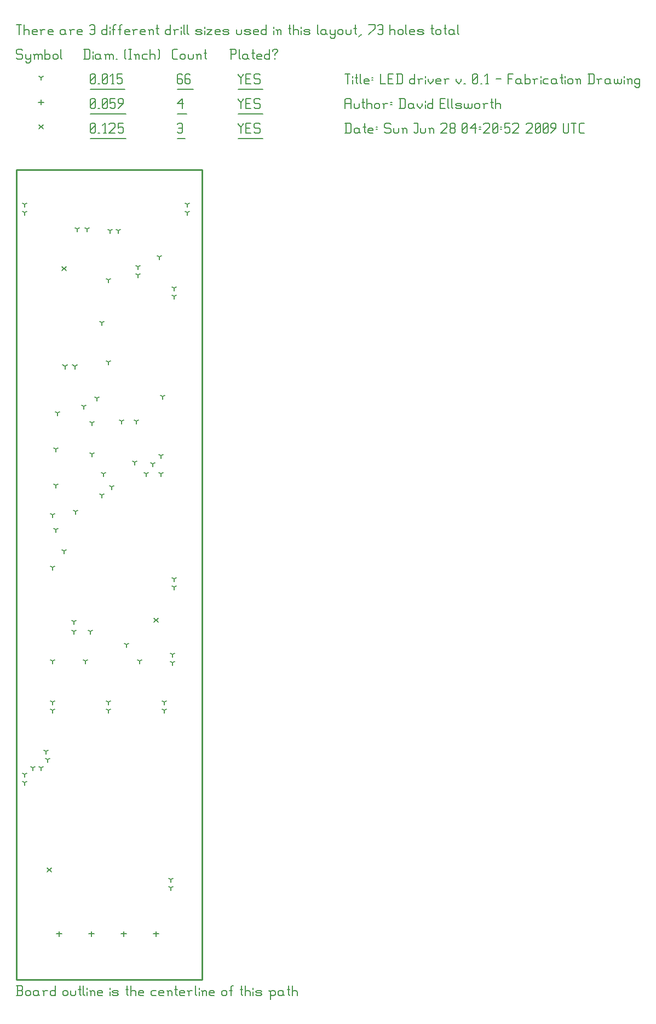
<source format=gbr>
G04 start of page 10 for group -3984 idx -3984 *
G04 Title: LED driver v. 0.1, fab *
G04 Creator: pcb 1.99x *
G04 CreationDate: Sun Jun 28 04:20:52 2009 UTC *
G04 For: davidellsworth *
G04 Format: Gerber/RS-274X *
G04 PCB-Dimensions: 113000 493000 *
G04 PCB-Coordinate-Origin: lower left *
%MOIN*%
%FSLAX24Y24*%
%LNFAB*%
%ADD15C,0.0100*%
%ADD45C,0.0080*%
%ADD46C,0.0060*%
G54D45*X1880Y6820D02*X2120Y6580D01*
X1880D02*X2120Y6820D01*
X2780Y43420D02*X3020Y43180D01*
X2780D02*X3020Y43420D01*
X8380Y22020D02*X8620Y21780D01*
X8380D02*X8620Y22020D01*
X1380Y52045D02*X1620Y51805D01*
X1380D02*X1620Y52045D01*
G54D46*X13500Y52150D02*Y52075D01*
X13650Y51925D01*
X13800Y52075D01*
Y52150D02*Y52075D01*
X13650Y51925D02*Y51550D01*
X13980Y51850D02*X14205D01*
X13980Y51550D02*X14280D01*
X13980Y52150D02*Y51550D01*
Y52150D02*X14280D01*
X14760D02*X14835Y52075D01*
X14535Y52150D02*X14760D01*
X14460Y52075D02*X14535Y52150D01*
X14460Y52075D02*Y51925D01*
X14535Y51850D01*
X14760D01*
X14835Y51775D01*
Y51625D01*
X14760Y51550D02*X14835Y51625D01*
X14535Y51550D02*X14760D01*
X14460Y51625D02*X14535Y51550D01*
X13500Y51224D02*X15015D01*
X9800Y52075D02*X9875Y52150D01*
X10025D01*
X10100Y52075D01*
Y51625D01*
X10025Y51550D02*X10100Y51625D01*
X9875Y51550D02*X10025D01*
X9800Y51625D02*X9875Y51550D01*
Y51850D02*X10100D01*
X9800Y51224D02*X10280D01*
X4500Y51625D02*X4575Y51550D01*
X4500Y52075D02*Y51625D01*
Y52075D02*X4575Y52150D01*
X4725D01*
X4800Y52075D01*
Y51625D01*
X4725Y51550D02*X4800Y51625D01*
X4575Y51550D02*X4725D01*
X4500Y51700D02*X4800Y52000D01*
X4980Y51550D02*X5055D01*
X5310D02*X5460D01*
X5385Y52150D02*Y51550D01*
X5235Y52000D02*X5385Y52150D01*
X5640Y52075D02*X5715Y52150D01*
X5940D01*
X6015Y52075D01*
Y51925D01*
X5640Y51550D02*X6015Y51925D01*
X5640Y51550D02*X6015D01*
X6195Y52150D02*X6495D01*
X6195D02*Y51850D01*
X6270Y51925D01*
X6420D01*
X6495Y51850D01*
Y51625D01*
X6420Y51550D02*X6495Y51625D01*
X6270Y51550D02*X6420D01*
X6195Y51625D02*X6270Y51550D01*
X4500Y51224D02*X6675D01*
X8500Y2960D02*Y2640D01*
X8340Y2800D02*X8660D01*
X6531Y2960D02*Y2640D01*
X6371Y2800D02*X6691D01*
X4563Y2960D02*Y2640D01*
X4403Y2800D02*X4723D01*
X2594Y2960D02*Y2640D01*
X2434Y2800D02*X2754D01*
X1500Y53585D02*Y53265D01*
X1340Y53425D02*X1660D01*
X13500Y53650D02*Y53575D01*
X13650Y53425D01*
X13800Y53575D01*
Y53650D02*Y53575D01*
X13650Y53425D02*Y53050D01*
X13980Y53350D02*X14205D01*
X13980Y53050D02*X14280D01*
X13980Y53650D02*Y53050D01*
Y53650D02*X14280D01*
X14760D02*X14835Y53575D01*
X14535Y53650D02*X14760D01*
X14460Y53575D02*X14535Y53650D01*
X14460Y53575D02*Y53425D01*
X14535Y53350D01*
X14760D01*
X14835Y53275D01*
Y53125D01*
X14760Y53050D02*X14835Y53125D01*
X14535Y53050D02*X14760D01*
X14460Y53125D02*X14535Y53050D01*
X13500Y52724D02*X15015D01*
X9800Y53350D02*X10100Y53650D01*
X9800Y53350D02*X10175D01*
X10100Y53650D02*Y53050D01*
X9800Y52724D02*X10355D01*
X4500Y53125D02*X4575Y53050D01*
X4500Y53575D02*Y53125D01*
Y53575D02*X4575Y53650D01*
X4725D01*
X4800Y53575D01*
Y53125D01*
X4725Y53050D02*X4800Y53125D01*
X4575Y53050D02*X4725D01*
X4500Y53200D02*X4800Y53500D01*
X4980Y53050D02*X5055D01*
X5235Y53125D02*X5310Y53050D01*
X5235Y53575D02*Y53125D01*
Y53575D02*X5310Y53650D01*
X5460D01*
X5535Y53575D01*
Y53125D01*
X5460Y53050D02*X5535Y53125D01*
X5310Y53050D02*X5460D01*
X5235Y53200D02*X5535Y53500D01*
X5715Y53650D02*X6015D01*
X5715D02*Y53350D01*
X5790Y53425D01*
X5940D01*
X6015Y53350D01*
Y53125D01*
X5940Y53050D02*X6015Y53125D01*
X5790Y53050D02*X5940D01*
X5715Y53125D02*X5790Y53050D01*
X6195D02*X6495Y53350D01*
Y53575D02*Y53350D01*
X6420Y53650D02*X6495Y53575D01*
X6270Y53650D02*X6420D01*
X6195Y53575D02*X6270Y53650D01*
X6195Y53575D02*Y53425D01*
X6270Y53350D01*
X6495D01*
X4500Y52724D02*X6675D01*
X6700Y20400D02*Y20240D01*
Y20400D02*X6838Y20480D01*
X6700Y20400D02*X6561Y20480D01*
X9500Y19300D02*Y19140D01*
Y19300D02*X9638Y19380D01*
X9500Y19300D02*X9361Y19380D01*
X9000Y16400D02*Y16240D01*
Y16400D02*X9138Y16480D01*
X9000Y16400D02*X8861Y16480D01*
X9600Y23900D02*Y23740D01*
Y23900D02*X9738Y23980D01*
X9600Y23900D02*X9461Y23980D01*
X1800Y13900D02*Y13740D01*
Y13900D02*X1938Y13980D01*
X1800Y13900D02*X1661Y13980D01*
X9600Y24400D02*Y24240D01*
Y24400D02*X9738Y24480D01*
X9600Y24400D02*X9461Y24480D01*
X1500Y12900D02*Y12740D01*
Y12900D02*X1638Y12980D01*
X1500Y12900D02*X1361Y12980D01*
X1900Y13400D02*Y13240D01*
Y13400D02*X2038Y13480D01*
X1900Y13400D02*X1761Y13480D01*
X500Y12500D02*Y12340D01*
Y12500D02*X638Y12580D01*
X500Y12500D02*X361Y12580D01*
X500Y12000D02*Y11840D01*
Y12000D02*X638Y12080D01*
X500Y12000D02*X361Y12080D01*
X1000Y12900D02*Y12740D01*
Y12900D02*X1138Y12980D01*
X1000Y12900D02*X861Y12980D01*
X10400Y46700D02*Y46540D01*
Y46700D02*X10538Y46780D01*
X10400Y46700D02*X10261Y46780D01*
X10400Y47200D02*Y47040D01*
Y47200D02*X10538Y47280D01*
X10400Y47200D02*X10261Y47280D01*
X8900Y35500D02*Y35340D01*
Y35500D02*X9038Y35580D01*
X8900Y35500D02*X8761Y35580D01*
X5700Y45600D02*Y45440D01*
Y45600D02*X5838Y45680D01*
X5700Y45600D02*X5561Y45680D01*
X5600Y16900D02*Y16740D01*
Y16900D02*X5738Y16980D01*
X5600Y16900D02*X5461Y16980D01*
X5600Y16400D02*Y16240D01*
Y16400D02*X5738Y16480D01*
X5600Y16400D02*X5461Y16480D01*
X9500Y19800D02*Y19640D01*
Y19800D02*X9638Y19880D01*
X9500Y19800D02*X9361Y19880D01*
X4200Y19400D02*Y19240D01*
Y19400D02*X4338Y19480D01*
X4200Y19400D02*X4061Y19480D01*
X2200Y16900D02*Y16740D01*
Y16900D02*X2338Y16980D01*
X2200Y16900D02*X2061Y16980D01*
X2200Y16400D02*Y16240D01*
Y16400D02*X2338Y16480D01*
X2200Y16400D02*X2061Y16480D01*
X7500Y19400D02*Y19240D01*
Y19400D02*X7638Y19480D01*
X7500Y19400D02*X7361Y19480D01*
X2200Y19400D02*Y19240D01*
Y19400D02*X2338Y19480D01*
X2200Y19400D02*X2061Y19480D01*
X9000Y16900D02*Y16740D01*
Y16900D02*X9138Y16980D01*
X9000Y16900D02*X8861Y16980D01*
X3500Y21800D02*Y21640D01*
Y21800D02*X3638Y21880D01*
X3500Y21800D02*X3361Y21880D01*
X3500Y21200D02*Y21040D01*
Y21200D02*X3638Y21280D01*
X3500Y21200D02*X3361Y21280D01*
X4500Y21200D02*Y21040D01*
Y21200D02*X4638Y21280D01*
X4500Y21200D02*X4361Y21280D01*
X2200Y25100D02*Y24940D01*
Y25100D02*X2338Y25180D01*
X2200Y25100D02*X2061Y25180D01*
X2400Y30100D02*Y29940D01*
Y30100D02*X2538Y30180D01*
X2400Y30100D02*X2261Y30180D01*
X8300Y31400D02*Y31240D01*
Y31400D02*X8438Y31480D01*
X8300Y31400D02*X8161Y31480D01*
X2200Y28300D02*Y28140D01*
Y28300D02*X2338Y28380D01*
X2200Y28300D02*X2061Y28380D01*
X2400Y27400D02*Y27240D01*
Y27400D02*X2538Y27480D01*
X2400Y27400D02*X2261Y27480D01*
X2900Y26100D02*Y25940D01*
Y26100D02*X3038Y26180D01*
X2900Y26100D02*X2761Y26180D01*
X7200Y31500D02*Y31340D01*
Y31500D02*X7338Y31580D01*
X7200Y31500D02*X7061Y31580D01*
X3600Y28500D02*Y28340D01*
Y28500D02*X3738Y28580D01*
X3600Y28500D02*X3461Y28580D01*
X7900Y30800D02*Y30640D01*
Y30800D02*X8038Y30880D01*
X7900Y30800D02*X7761Y30880D01*
X8800Y30800D02*Y30640D01*
Y30800D02*X8938Y30880D01*
X8800Y30800D02*X8661Y30880D01*
X4600Y32000D02*Y31840D01*
Y32000D02*X4738Y32080D01*
X4600Y32000D02*X4461Y32080D01*
X5800Y30000D02*Y29840D01*
Y30000D02*X5938Y30080D01*
X5800Y30000D02*X5661Y30080D01*
X5300Y30800D02*Y30640D01*
Y30800D02*X5438Y30880D01*
X5300Y30800D02*X5161Y30880D01*
X5200Y29500D02*Y29340D01*
Y29500D02*X5338Y29580D01*
X5200Y29500D02*X5061Y29580D01*
X2400Y32300D02*Y32140D01*
Y32300D02*X2538Y32380D01*
X2400Y32300D02*X2261Y32380D01*
X2500Y34500D02*Y34340D01*
Y34500D02*X2638Y34580D01*
X2500Y34500D02*X2361Y34580D01*
X4600Y33900D02*Y33740D01*
Y33900D02*X4738Y33980D01*
X4600Y33900D02*X4461Y33980D01*
X4300Y45700D02*Y45540D01*
Y45700D02*X4438Y45780D01*
X4300Y45700D02*X4161Y45780D01*
X500Y46700D02*Y46540D01*
Y46700D02*X638Y46780D01*
X500Y46700D02*X361Y46780D01*
X8700Y44000D02*Y43840D01*
Y44000D02*X8838Y44080D01*
X8700Y44000D02*X8561Y44080D01*
X6200Y45600D02*Y45440D01*
Y45600D02*X6338Y45680D01*
X6200Y45600D02*X6061Y45680D01*
X4900Y35400D02*Y35240D01*
Y35400D02*X5038Y35480D01*
X4900Y35400D02*X4761Y35480D01*
X500Y47200D02*Y47040D01*
Y47200D02*X638Y47280D01*
X500Y47200D02*X361Y47280D01*
X3700Y45700D02*Y45540D01*
Y45700D02*X3838Y45780D01*
X3700Y45700D02*X3561Y45780D01*
X9600Y42100D02*Y41940D01*
Y42100D02*X9738Y42180D01*
X9600Y42100D02*X9461Y42180D01*
X6400Y34000D02*Y33840D01*
Y34000D02*X6538Y34080D01*
X6400Y34000D02*X6261Y34080D01*
X7300Y34000D02*Y33840D01*
Y34000D02*X7438Y34080D01*
X7300Y34000D02*X7161Y34080D01*
X8800Y31900D02*Y31740D01*
Y31900D02*X8938Y31980D01*
X8800Y31900D02*X8661Y31980D01*
X4100Y34900D02*Y34740D01*
Y34900D02*X4238Y34980D01*
X4100Y34900D02*X3961Y34980D01*
X3550Y37350D02*Y37190D01*
Y37350D02*X3688Y37430D01*
X3550Y37350D02*X3411Y37430D01*
X2950Y37350D02*Y37190D01*
Y37350D02*X3088Y37430D01*
X2950Y37350D02*X2811Y37430D01*
X9600Y41600D02*Y41440D01*
Y41600D02*X9738Y41680D01*
X9600Y41600D02*X9461Y41680D01*
X7400Y43400D02*Y43240D01*
Y43400D02*X7538Y43480D01*
X7400Y43400D02*X7261Y43480D01*
X7400Y42900D02*Y42740D01*
Y42900D02*X7538Y42980D01*
X7400Y42900D02*X7261Y42980D01*
X5200Y40000D02*Y39840D01*
Y40000D02*X5338Y40080D01*
X5200Y40000D02*X5061Y40080D01*
X5600Y37600D02*Y37440D01*
Y37600D02*X5738Y37680D01*
X5600Y37600D02*X5461Y37680D01*
X5600Y42600D02*Y42440D01*
Y42600D02*X5738Y42680D01*
X5600Y42600D02*X5461Y42680D01*
X9400Y5600D02*Y5440D01*
Y5600D02*X9538Y5680D01*
X9400Y5600D02*X9261Y5680D01*
X9400Y6100D02*Y5940D01*
Y6100D02*X9538Y6180D01*
X9400Y6100D02*X9261Y6180D01*
X1500Y54925D02*Y54765D01*
Y54925D02*X1638Y55005D01*
X1500Y54925D02*X1361Y55005D01*
X13500Y55150D02*Y55075D01*
X13650Y54925D01*
X13800Y55075D01*
Y55150D02*Y55075D01*
X13650Y54925D02*Y54550D01*
X13980Y54850D02*X14205D01*
X13980Y54550D02*X14280D01*
X13980Y55150D02*Y54550D01*
Y55150D02*X14280D01*
X14760D02*X14835Y55075D01*
X14535Y55150D02*X14760D01*
X14460Y55075D02*X14535Y55150D01*
X14460Y55075D02*Y54925D01*
X14535Y54850D01*
X14760D01*
X14835Y54775D01*
Y54625D01*
X14760Y54550D02*X14835Y54625D01*
X14535Y54550D02*X14760D01*
X14460Y54625D02*X14535Y54550D01*
X13500Y54224D02*X15015D01*
X10025Y55150D02*X10100Y55075D01*
X9875Y55150D02*X10025D01*
X9800Y55075D02*X9875Y55150D01*
X9800Y55075D02*Y54625D01*
X9875Y54550D01*
X10025Y54850D02*X10100Y54775D01*
X9800Y54850D02*X10025D01*
X9875Y54550D02*X10025D01*
X10100Y54625D01*
Y54775D02*Y54625D01*
X10505Y55150D02*X10580Y55075D01*
X10355Y55150D02*X10505D01*
X10280Y55075D02*X10355Y55150D01*
X10280Y55075D02*Y54625D01*
X10355Y54550D01*
X10505Y54850D02*X10580Y54775D01*
X10280Y54850D02*X10505D01*
X10355Y54550D02*X10505D01*
X10580Y54625D01*
Y54775D02*Y54625D01*
X9800Y54224D02*X10760D01*
X4500Y54625D02*X4575Y54550D01*
X4500Y55075D02*Y54625D01*
Y55075D02*X4575Y55150D01*
X4725D01*
X4800Y55075D01*
Y54625D01*
X4725Y54550D02*X4800Y54625D01*
X4575Y54550D02*X4725D01*
X4500Y54700D02*X4800Y55000D01*
X4980Y54550D02*X5055D01*
X5235Y54625D02*X5310Y54550D01*
X5235Y55075D02*Y54625D01*
Y55075D02*X5310Y55150D01*
X5460D01*
X5535Y55075D01*
Y54625D01*
X5460Y54550D02*X5535Y54625D01*
X5310Y54550D02*X5460D01*
X5235Y54700D02*X5535Y55000D01*
X5790Y54550D02*X5940D01*
X5865Y55150D02*Y54550D01*
X5715Y55000D02*X5865Y55150D01*
X6120D02*X6420D01*
X6120D02*Y54850D01*
X6195Y54925D01*
X6345D01*
X6420Y54850D01*
Y54625D01*
X6345Y54550D02*X6420Y54625D01*
X6195Y54550D02*X6345D01*
X6120Y54625D02*X6195Y54550D01*
X4500Y54224D02*X6600D01*
X300Y56650D02*X375Y56575D01*
X75Y56650D02*X300D01*
X0Y56575D02*X75Y56650D01*
X0Y56575D02*Y56425D01*
X75Y56350D01*
X300D01*
X375Y56275D01*
Y56125D01*
X300Y56050D02*X375Y56125D01*
X75Y56050D02*X300D01*
X0Y56125D02*X75Y56050D01*
X555Y56350D02*Y56125D01*
X630Y56050D01*
X855Y56350D02*Y55900D01*
X780Y55825D02*X855Y55900D01*
X630Y55825D02*X780D01*
X555Y55900D02*X630Y55825D01*
Y56050D02*X780D01*
X855Y56125D01*
X1110Y56275D02*Y56050D01*
Y56275D02*X1185Y56350D01*
X1260D01*
X1335Y56275D01*
Y56050D01*
Y56275D02*X1410Y56350D01*
X1485D01*
X1560Y56275D01*
Y56050D01*
X1035Y56350D02*X1110Y56275D01*
X1740Y56650D02*Y56050D01*
Y56125D02*X1815Y56050D01*
X1965D01*
X2040Y56125D01*
Y56275D02*Y56125D01*
X1965Y56350D02*X2040Y56275D01*
X1815Y56350D02*X1965D01*
X1740Y56275D02*X1815Y56350D01*
X2220Y56275D02*Y56125D01*
Y56275D02*X2295Y56350D01*
X2445D01*
X2520Y56275D01*
Y56125D01*
X2445Y56050D02*X2520Y56125D01*
X2295Y56050D02*X2445D01*
X2220Y56125D02*X2295Y56050D01*
X2700Y56650D02*Y56125D01*
X2775Y56050D01*
X4175Y56650D02*Y56050D01*
X4400Y56650D02*X4475Y56575D01*
Y56125D01*
X4400Y56050D02*X4475Y56125D01*
X4100Y56050D02*X4400D01*
X4100Y56650D02*X4400D01*
X4655Y56500D02*Y56425D01*
Y56275D02*Y56050D01*
X5030Y56350D02*X5105Y56275D01*
X4880Y56350D02*X5030D01*
X4805Y56275D02*X4880Y56350D01*
X4805Y56275D02*Y56125D01*
X4880Y56050D01*
X5105Y56350D02*Y56125D01*
X5180Y56050D01*
X4880D02*X5030D01*
X5105Y56125D01*
X5435Y56275D02*Y56050D01*
Y56275D02*X5510Y56350D01*
X5585D01*
X5660Y56275D01*
Y56050D01*
Y56275D02*X5735Y56350D01*
X5810D01*
X5885Y56275D01*
Y56050D01*
X5360Y56350D02*X5435Y56275D01*
X6065Y56050D02*X6140D01*
X6590Y56125D02*X6665Y56050D01*
X6590Y56575D02*X6665Y56650D01*
X6590Y56575D02*Y56125D01*
X6845Y56650D02*X6995D01*
X6920D02*Y56050D01*
X6845D02*X6995D01*
X7251Y56275D02*Y56050D01*
Y56275D02*X7326Y56350D01*
X7401D01*
X7476Y56275D01*
Y56050D01*
X7176Y56350D02*X7251Y56275D01*
X7731Y56350D02*X7956D01*
X7656Y56275D02*X7731Y56350D01*
X7656Y56275D02*Y56125D01*
X7731Y56050D01*
X7956D01*
X8136Y56650D02*Y56050D01*
Y56275D02*X8211Y56350D01*
X8361D01*
X8436Y56275D01*
Y56050D01*
X8616Y56650D02*X8691Y56575D01*
Y56125D01*
X8616Y56050D02*X8691Y56125D01*
X9575Y56050D02*X9800D01*
X9500Y56125D02*X9575Y56050D01*
X9500Y56575D02*Y56125D01*
Y56575D02*X9575Y56650D01*
X9800D01*
X9980Y56275D02*Y56125D01*
Y56275D02*X10055Y56350D01*
X10205D01*
X10280Y56275D01*
Y56125D01*
X10205Y56050D02*X10280Y56125D01*
X10055Y56050D02*X10205D01*
X9980Y56125D02*X10055Y56050D01*
X10460Y56350D02*Y56125D01*
X10535Y56050D01*
X10685D01*
X10760Y56125D01*
Y56350D02*Y56125D01*
X11015Y56275D02*Y56050D01*
Y56275D02*X11090Y56350D01*
X11165D01*
X11240Y56275D01*
Y56050D01*
X10940Y56350D02*X11015Y56275D01*
X11495Y56650D02*Y56125D01*
X11570Y56050D01*
X11420Y56425D02*X11570D01*
X13075Y56650D02*Y56050D01*
X13000Y56650D02*X13300D01*
X13375Y56575D01*
Y56425D01*
X13300Y56350D02*X13375Y56425D01*
X13075Y56350D02*X13300D01*
X13555Y56650D02*Y56125D01*
X13630Y56050D01*
X14005Y56350D02*X14080Y56275D01*
X13855Y56350D02*X14005D01*
X13780Y56275D02*X13855Y56350D01*
X13780Y56275D02*Y56125D01*
X13855Y56050D01*
X14080Y56350D02*Y56125D01*
X14155Y56050D01*
X13855D02*X14005D01*
X14080Y56125D01*
X14410Y56650D02*Y56125D01*
X14485Y56050D01*
X14335Y56425D02*X14485D01*
X14710Y56050D02*X14935D01*
X14635Y56125D02*X14710Y56050D01*
X14635Y56275D02*Y56125D01*
Y56275D02*X14710Y56350D01*
X14860D01*
X14935Y56275D01*
X14635Y56200D02*X14935D01*
Y56275D02*Y56200D01*
X15415Y56650D02*Y56050D01*
X15340D02*X15415Y56125D01*
X15190Y56050D02*X15340D01*
X15115Y56125D02*X15190Y56050D01*
X15115Y56275D02*Y56125D01*
Y56275D02*X15190Y56350D01*
X15340D01*
X15415Y56275D01*
X15745Y56350D02*Y56275D01*
Y56125D02*Y56050D01*
X15595Y56575D02*Y56500D01*
Y56575D02*X15670Y56650D01*
X15820D01*
X15895Y56575D01*
Y56500D01*
X15745Y56350D02*X15895Y56500D01*
X0Y58150D02*X300D01*
X150D02*Y57550D01*
X480Y58150D02*Y57550D01*
Y57775D02*X555Y57850D01*
X705D01*
X780Y57775D01*
Y57550D01*
X1035D02*X1260D01*
X960Y57625D02*X1035Y57550D01*
X960Y57775D02*Y57625D01*
Y57775D02*X1035Y57850D01*
X1185D01*
X1260Y57775D01*
X960Y57700D02*X1260D01*
Y57775D02*Y57700D01*
X1515Y57775D02*Y57550D01*
Y57775D02*X1590Y57850D01*
X1740D01*
X1440D02*X1515Y57775D01*
X1995Y57550D02*X2220D01*
X1920Y57625D02*X1995Y57550D01*
X1920Y57775D02*Y57625D01*
Y57775D02*X1995Y57850D01*
X2145D01*
X2220Y57775D01*
X1920Y57700D02*X2220D01*
Y57775D02*Y57700D01*
X2895Y57850D02*X2970Y57775D01*
X2745Y57850D02*X2895D01*
X2670Y57775D02*X2745Y57850D01*
X2670Y57775D02*Y57625D01*
X2745Y57550D01*
X2970Y57850D02*Y57625D01*
X3045Y57550D01*
X2745D02*X2895D01*
X2970Y57625D01*
X3300Y57775D02*Y57550D01*
Y57775D02*X3375Y57850D01*
X3525D01*
X3225D02*X3300Y57775D01*
X3781Y57550D02*X4006D01*
X3706Y57625D02*X3781Y57550D01*
X3706Y57775D02*Y57625D01*
Y57775D02*X3781Y57850D01*
X3931D01*
X4006Y57775D01*
X3706Y57700D02*X4006D01*
Y57775D02*Y57700D01*
X4456Y58075D02*X4531Y58150D01*
X4681D01*
X4756Y58075D01*
Y57625D01*
X4681Y57550D02*X4756Y57625D01*
X4531Y57550D02*X4681D01*
X4456Y57625D02*X4531Y57550D01*
Y57850D02*X4756D01*
X5506Y58150D02*Y57550D01*
X5431D02*X5506Y57625D01*
X5281Y57550D02*X5431D01*
X5206Y57625D02*X5281Y57550D01*
X5206Y57775D02*Y57625D01*
Y57775D02*X5281Y57850D01*
X5431D01*
X5506Y57775D01*
X5686Y58000D02*Y57925D01*
Y57775D02*Y57550D01*
X5911Y58075D02*Y57550D01*
Y58075D02*X5986Y58150D01*
X6061D01*
X5836Y57850D02*X5986D01*
X6286Y58075D02*Y57550D01*
Y58075D02*X6361Y58150D01*
X6436D01*
X6211Y57850D02*X6361D01*
X6661Y57550D02*X6886D01*
X6586Y57625D02*X6661Y57550D01*
X6586Y57775D02*Y57625D01*
Y57775D02*X6661Y57850D01*
X6811D01*
X6886Y57775D01*
X6586Y57700D02*X6886D01*
Y57775D02*Y57700D01*
X7142Y57775D02*Y57550D01*
Y57775D02*X7217Y57850D01*
X7367D01*
X7067D02*X7142Y57775D01*
X7622Y57550D02*X7847D01*
X7547Y57625D02*X7622Y57550D01*
X7547Y57775D02*Y57625D01*
Y57775D02*X7622Y57850D01*
X7772D01*
X7847Y57775D01*
X7547Y57700D02*X7847D01*
Y57775D02*Y57700D01*
X8102Y57775D02*Y57550D01*
Y57775D02*X8177Y57850D01*
X8252D01*
X8327Y57775D01*
Y57550D01*
X8027Y57850D02*X8102Y57775D01*
X8582Y58150D02*Y57625D01*
X8657Y57550D01*
X8507Y57925D02*X8657D01*
X9377Y58150D02*Y57550D01*
X9302D02*X9377Y57625D01*
X9152Y57550D02*X9302D01*
X9077Y57625D02*X9152Y57550D01*
X9077Y57775D02*Y57625D01*
Y57775D02*X9152Y57850D01*
X9302D01*
X9377Y57775D01*
X9632D02*Y57550D01*
Y57775D02*X9707Y57850D01*
X9857D01*
X9557D02*X9632Y57775D01*
X10038Y58000D02*Y57925D01*
Y57775D02*Y57550D01*
X10188Y58150D02*Y57625D01*
X10263Y57550D01*
X10413Y58150D02*Y57625D01*
X10488Y57550D01*
X10983D02*X11208D01*
X11283Y57625D01*
X11208Y57700D02*X11283Y57625D01*
X10983Y57700D02*X11208D01*
X10908Y57775D02*X10983Y57700D01*
X10908Y57775D02*X10983Y57850D01*
X11208D01*
X11283Y57775D01*
X10908Y57625D02*X10983Y57550D01*
X11463Y58000D02*Y57925D01*
Y57775D02*Y57550D01*
X11613Y57850D02*X11913D01*
X11613Y57550D02*X11913Y57850D01*
X11613Y57550D02*X11913D01*
X12168D02*X12393D01*
X12093Y57625D02*X12168Y57550D01*
X12093Y57775D02*Y57625D01*
Y57775D02*X12168Y57850D01*
X12318D01*
X12393Y57775D01*
X12093Y57700D02*X12393D01*
Y57775D02*Y57700D01*
X12649Y57550D02*X12874D01*
X12949Y57625D01*
X12874Y57700D02*X12949Y57625D01*
X12649Y57700D02*X12874D01*
X12574Y57775D02*X12649Y57700D01*
X12574Y57775D02*X12649Y57850D01*
X12874D01*
X12949Y57775D01*
X12574Y57625D02*X12649Y57550D01*
X13399Y57850D02*Y57625D01*
X13474Y57550D01*
X13624D01*
X13699Y57625D01*
Y57850D02*Y57625D01*
X13954Y57550D02*X14179D01*
X14254Y57625D01*
X14179Y57700D02*X14254Y57625D01*
X13954Y57700D02*X14179D01*
X13879Y57775D02*X13954Y57700D01*
X13879Y57775D02*X13954Y57850D01*
X14179D01*
X14254Y57775D01*
X13879Y57625D02*X13954Y57550D01*
X14509D02*X14734D01*
X14434Y57625D02*X14509Y57550D01*
X14434Y57775D02*Y57625D01*
Y57775D02*X14509Y57850D01*
X14659D01*
X14734Y57775D01*
X14434Y57700D02*X14734D01*
Y57775D02*Y57700D01*
X15214Y58150D02*Y57550D01*
X15139D02*X15214Y57625D01*
X14989Y57550D02*X15139D01*
X14914Y57625D02*X14989Y57550D01*
X14914Y57775D02*Y57625D01*
Y57775D02*X14989Y57850D01*
X15139D01*
X15214Y57775D01*
X15664Y58000D02*Y57925D01*
Y57775D02*Y57550D01*
X15889Y57775D02*Y57550D01*
Y57775D02*X15964Y57850D01*
X16039D01*
X16114Y57775D01*
Y57550D01*
X15814Y57850D02*X15889Y57775D01*
X16640Y58150D02*Y57625D01*
X16715Y57550D01*
X16565Y57925D02*X16715D01*
X16865Y58150D02*Y57550D01*
Y57775D02*X16940Y57850D01*
X17090D01*
X17165Y57775D01*
Y57550D01*
X17345Y58000D02*Y57925D01*
Y57775D02*Y57550D01*
X17570D02*X17795D01*
X17870Y57625D01*
X17795Y57700D02*X17870Y57625D01*
X17570Y57700D02*X17795D01*
X17495Y57775D02*X17570Y57700D01*
X17495Y57775D02*X17570Y57850D01*
X17795D01*
X17870Y57775D01*
X17495Y57625D02*X17570Y57550D01*
X18320Y58150D02*Y57625D01*
X18395Y57550D01*
X18770Y57850D02*X18845Y57775D01*
X18620Y57850D02*X18770D01*
X18545Y57775D02*X18620Y57850D01*
X18545Y57775D02*Y57625D01*
X18620Y57550D01*
X18845Y57850D02*Y57625D01*
X18920Y57550D01*
X18620D02*X18770D01*
X18845Y57625D01*
X19101Y57850D02*Y57625D01*
X19176Y57550D01*
X19401Y57850D02*Y57400D01*
X19326Y57325D02*X19401Y57400D01*
X19176Y57325D02*X19326D01*
X19101Y57400D02*X19176Y57325D01*
Y57550D02*X19326D01*
X19401Y57625D01*
X19581Y57775D02*Y57625D01*
Y57775D02*X19656Y57850D01*
X19806D01*
X19881Y57775D01*
Y57625D01*
X19806Y57550D02*X19881Y57625D01*
X19656Y57550D02*X19806D01*
X19581Y57625D02*X19656Y57550D01*
X20061Y57850D02*Y57625D01*
X20136Y57550D01*
X20286D01*
X20361Y57625D01*
Y57850D02*Y57625D01*
X20616Y58150D02*Y57625D01*
X20691Y57550D01*
X20541Y57925D02*X20691D01*
X20841Y57400D02*X20991Y57550D01*
X21441D02*X21816Y57925D01*
Y58150D02*Y57925D01*
X21441Y58150D02*X21816D01*
X21996Y58075D02*X22071Y58150D01*
X22221D01*
X22296Y58075D01*
Y57625D01*
X22221Y57550D02*X22296Y57625D01*
X22071Y57550D02*X22221D01*
X21996Y57625D02*X22071Y57550D01*
Y57850D02*X22296D01*
X22747Y58150D02*Y57550D01*
Y57775D02*X22822Y57850D01*
X22972D01*
X23047Y57775D01*
Y57550D01*
X23227Y57775D02*Y57625D01*
Y57775D02*X23302Y57850D01*
X23452D01*
X23527Y57775D01*
Y57625D01*
X23452Y57550D02*X23527Y57625D01*
X23302Y57550D02*X23452D01*
X23227Y57625D02*X23302Y57550D01*
X23707Y58150D02*Y57625D01*
X23782Y57550D01*
X24007D02*X24232D01*
X23932Y57625D02*X24007Y57550D01*
X23932Y57775D02*Y57625D01*
Y57775D02*X24007Y57850D01*
X24157D01*
X24232Y57775D01*
X23932Y57700D02*X24232D01*
Y57775D02*Y57700D01*
X24487Y57550D02*X24712D01*
X24787Y57625D01*
X24712Y57700D02*X24787Y57625D01*
X24487Y57700D02*X24712D01*
X24412Y57775D02*X24487Y57700D01*
X24412Y57775D02*X24487Y57850D01*
X24712D01*
X24787Y57775D01*
X24412Y57625D02*X24487Y57550D01*
X25312Y58150D02*Y57625D01*
X25387Y57550D01*
X25237Y57925D02*X25387D01*
X25537Y57775D02*Y57625D01*
Y57775D02*X25612Y57850D01*
X25762D01*
X25837Y57775D01*
Y57625D01*
X25762Y57550D02*X25837Y57625D01*
X25612Y57550D02*X25762D01*
X25537Y57625D02*X25612Y57550D01*
X26093Y58150D02*Y57625D01*
X26168Y57550D01*
X26018Y57925D02*X26168D01*
X26543Y57850D02*X26618Y57775D01*
X26393Y57850D02*X26543D01*
X26318Y57775D02*X26393Y57850D01*
X26318Y57775D02*Y57625D01*
X26393Y57550D01*
X26618Y57850D02*Y57625D01*
X26693Y57550D01*
X26393D02*X26543D01*
X26618Y57625D01*
X26873Y58150D02*Y57625D01*
X26948Y57550D01*
G54D15*X0Y0D02*X11300D01*
X0Y49300D02*X11300D01*
Y0D01*
X0Y49300D02*Y0D01*
G54D46*Y-950D02*X300D01*
X375Y-875D01*
Y-725D02*Y-875D01*
X300Y-650D02*X375Y-725D01*
X75Y-650D02*X300D01*
X75Y-350D02*Y-950D01*
X0Y-350D02*X300D01*
X375Y-425D01*
Y-575D01*
X300Y-650D02*X375Y-575D01*
X555Y-725D02*Y-875D01*
Y-725D02*X630Y-650D01*
X780D01*
X855Y-725D01*
Y-875D01*
X780Y-950D02*X855Y-875D01*
X630Y-950D02*X780D01*
X555Y-875D02*X630Y-950D01*
X1260Y-650D02*X1335Y-725D01*
X1110Y-650D02*X1260D01*
X1035Y-725D02*X1110Y-650D01*
X1035Y-725D02*Y-875D01*
X1110Y-950D01*
X1335Y-650D02*Y-875D01*
X1410Y-950D01*
X1110D02*X1260D01*
X1335Y-875D01*
X1665Y-725D02*Y-950D01*
Y-725D02*X1740Y-650D01*
X1890D01*
X1590D02*X1665Y-725D01*
X2370Y-350D02*Y-950D01*
X2295D02*X2370Y-875D01*
X2145Y-950D02*X2295D01*
X2070Y-875D02*X2145Y-950D01*
X2070Y-725D02*Y-875D01*
Y-725D02*X2145Y-650D01*
X2295D01*
X2370Y-725D01*
X2820D02*Y-875D01*
Y-725D02*X2895Y-650D01*
X3045D01*
X3120Y-725D01*
Y-875D01*
X3045Y-950D02*X3120Y-875D01*
X2895Y-950D02*X3045D01*
X2820Y-875D02*X2895Y-950D01*
X3300Y-650D02*Y-875D01*
X3375Y-950D01*
X3525D01*
X3600Y-875D01*
Y-650D02*Y-875D01*
X3856Y-350D02*Y-875D01*
X3931Y-950D01*
X3781Y-575D02*X3931D01*
X4081Y-350D02*Y-875D01*
X4156Y-950D01*
X4306Y-500D02*Y-575D01*
Y-725D02*Y-950D01*
X4531Y-725D02*Y-950D01*
Y-725D02*X4606Y-650D01*
X4681D01*
X4756Y-725D01*
Y-950D01*
X4456Y-650D02*X4531Y-725D01*
X5011Y-950D02*X5236D01*
X4936Y-875D02*X5011Y-950D01*
X4936Y-725D02*Y-875D01*
Y-725D02*X5011Y-650D01*
X5161D01*
X5236Y-725D01*
X4936Y-800D02*X5236D01*
Y-725D02*Y-800D01*
X5686Y-500D02*Y-575D01*
Y-725D02*Y-950D01*
X5911D02*X6136D01*
X6211Y-875D01*
X6136Y-800D02*X6211Y-875D01*
X5911Y-800D02*X6136D01*
X5836Y-725D02*X5911Y-800D01*
X5836Y-725D02*X5911Y-650D01*
X6136D01*
X6211Y-725D01*
X5836Y-875D02*X5911Y-950D01*
X6737Y-350D02*Y-875D01*
X6812Y-950D01*
X6662Y-575D02*X6812D01*
X6962Y-350D02*Y-950D01*
Y-725D02*X7037Y-650D01*
X7187D01*
X7262Y-725D01*
Y-950D01*
X7517D02*X7742D01*
X7442Y-875D02*X7517Y-950D01*
X7442Y-725D02*Y-875D01*
Y-725D02*X7517Y-650D01*
X7667D01*
X7742Y-725D01*
X7442Y-800D02*X7742D01*
Y-725D02*Y-800D01*
X8267Y-650D02*X8492D01*
X8192Y-725D02*X8267Y-650D01*
X8192Y-725D02*Y-875D01*
X8267Y-950D01*
X8492D01*
X8747D02*X8972D01*
X8672Y-875D02*X8747Y-950D01*
X8672Y-725D02*Y-875D01*
Y-725D02*X8747Y-650D01*
X8897D01*
X8972Y-725D01*
X8672Y-800D02*X8972D01*
Y-725D02*Y-800D01*
X9227Y-725D02*Y-950D01*
Y-725D02*X9302Y-650D01*
X9377D01*
X9452Y-725D01*
Y-950D01*
X9152Y-650D02*X9227Y-725D01*
X9708Y-350D02*Y-875D01*
X9783Y-950D01*
X9633Y-575D02*X9783D01*
X10008Y-950D02*X10233D01*
X9933Y-875D02*X10008Y-950D01*
X9933Y-725D02*Y-875D01*
Y-725D02*X10008Y-650D01*
X10158D01*
X10233Y-725D01*
X9933Y-800D02*X10233D01*
Y-725D02*Y-800D01*
X10488Y-725D02*Y-950D01*
Y-725D02*X10563Y-650D01*
X10713D01*
X10413D02*X10488Y-725D01*
X10893Y-350D02*Y-875D01*
X10968Y-950D01*
X11118Y-500D02*Y-575D01*
Y-725D02*Y-950D01*
X11343Y-725D02*Y-950D01*
Y-725D02*X11418Y-650D01*
X11493D01*
X11568Y-725D01*
Y-950D01*
X11268Y-650D02*X11343Y-725D01*
X11823Y-950D02*X12048D01*
X11748Y-875D02*X11823Y-950D01*
X11748Y-725D02*Y-875D01*
Y-725D02*X11823Y-650D01*
X11973D01*
X12048Y-725D01*
X11748Y-800D02*X12048D01*
Y-725D02*Y-800D01*
X12499Y-725D02*Y-875D01*
Y-725D02*X12574Y-650D01*
X12724D01*
X12799Y-725D01*
Y-875D01*
X12724Y-950D02*X12799Y-875D01*
X12574Y-950D02*X12724D01*
X12499Y-875D02*X12574Y-950D01*
X13054Y-425D02*Y-950D01*
Y-425D02*X13129Y-350D01*
X13204D01*
X12979Y-650D02*X13129D01*
X13699Y-350D02*Y-875D01*
X13774Y-950D01*
X13624Y-575D02*X13774D01*
X13924Y-350D02*Y-950D01*
Y-725D02*X13999Y-650D01*
X14149D01*
X14224Y-725D01*
Y-950D01*
X14404Y-500D02*Y-575D01*
Y-725D02*Y-950D01*
X14629D02*X14854D01*
X14929Y-875D01*
X14854Y-800D02*X14929Y-875D01*
X14629Y-800D02*X14854D01*
X14554Y-725D02*X14629Y-800D01*
X14554Y-725D02*X14629Y-650D01*
X14854D01*
X14929Y-725D01*
X14554Y-875D02*X14629Y-950D01*
X15454Y-725D02*Y-1175D01*
X15379Y-650D02*X15454Y-725D01*
X15529Y-650D01*
X15679D01*
X15754Y-725D01*
Y-875D01*
X15679Y-950D02*X15754Y-875D01*
X15529Y-950D02*X15679D01*
X15454Y-875D02*X15529Y-950D01*
X16160Y-650D02*X16235Y-725D01*
X16010Y-650D02*X16160D01*
X15935Y-725D02*X16010Y-650D01*
X15935Y-725D02*Y-875D01*
X16010Y-950D01*
X16235Y-650D02*Y-875D01*
X16310Y-950D01*
X16010D02*X16160D01*
X16235Y-875D01*
X16565Y-350D02*Y-875D01*
X16640Y-950D01*
X16490Y-575D02*X16640D01*
X16790Y-350D02*Y-950D01*
Y-725D02*X16865Y-650D01*
X17015D01*
X17090Y-725D01*
Y-950D01*
X20075Y52150D02*Y51550D01*
X20300Y52150D02*X20375Y52075D01*
Y51625D01*
X20300Y51550D02*X20375Y51625D01*
X20000Y51550D02*X20300D01*
X20000Y52150D02*X20300D01*
X20780Y51850D02*X20855Y51775D01*
X20630Y51850D02*X20780D01*
X20555Y51775D02*X20630Y51850D01*
X20555Y51775D02*Y51625D01*
X20630Y51550D01*
X20855Y51850D02*Y51625D01*
X20930Y51550D01*
X20630D02*X20780D01*
X20855Y51625D01*
X21185Y52150D02*Y51625D01*
X21260Y51550D01*
X21110Y51925D02*X21260D01*
X21485Y51550D02*X21710D01*
X21410Y51625D02*X21485Y51550D01*
X21410Y51775D02*Y51625D01*
Y51775D02*X21485Y51850D01*
X21635D01*
X21710Y51775D01*
X21410Y51700D02*X21710D01*
Y51775D02*Y51700D01*
X21890Y51925D02*X21965D01*
X21890Y51775D02*X21965D01*
X22715Y52150D02*X22790Y52075D01*
X22490Y52150D02*X22715D01*
X22415Y52075D02*X22490Y52150D01*
X22415Y52075D02*Y51925D01*
X22490Y51850D01*
X22715D01*
X22790Y51775D01*
Y51625D01*
X22715Y51550D02*X22790Y51625D01*
X22490Y51550D02*X22715D01*
X22415Y51625D02*X22490Y51550D01*
X22970Y51850D02*Y51625D01*
X23045Y51550D01*
X23195D01*
X23270Y51625D01*
Y51850D02*Y51625D01*
X23526Y51775D02*Y51550D01*
Y51775D02*X23601Y51850D01*
X23676D01*
X23751Y51775D01*
Y51550D01*
X23451Y51850D02*X23526Y51775D01*
X24201Y52150D02*X24426D01*
Y51625D01*
X24351Y51550D02*X24426Y51625D01*
X24276Y51550D02*X24351D01*
X24201Y51625D02*X24276Y51550D01*
X24606Y51850D02*Y51625D01*
X24681Y51550D01*
X24831D01*
X24906Y51625D01*
Y51850D02*Y51625D01*
X25161Y51775D02*Y51550D01*
Y51775D02*X25236Y51850D01*
X25311D01*
X25386Y51775D01*
Y51550D01*
X25086Y51850D02*X25161Y51775D01*
X25836Y52075D02*X25911Y52150D01*
X26136D01*
X26211Y52075D01*
Y51925D01*
X25836Y51550D02*X26211Y51925D01*
X25836Y51550D02*X26211D01*
X26391Y51625D02*X26466Y51550D01*
X26391Y51775D02*Y51625D01*
Y51775D02*X26466Y51850D01*
X26616D01*
X26691Y51775D01*
Y51625D01*
X26616Y51550D02*X26691Y51625D01*
X26466Y51550D02*X26616D01*
X26391Y51925D02*X26466Y51850D01*
X26391Y52075D02*Y51925D01*
Y52075D02*X26466Y52150D01*
X26616D01*
X26691Y52075D01*
Y51925D01*
X26616Y51850D02*X26691Y51925D01*
X27141Y51625D02*X27216Y51550D01*
X27141Y52075D02*Y51625D01*
Y52075D02*X27216Y52150D01*
X27366D01*
X27441Y52075D01*
Y51625D01*
X27366Y51550D02*X27441Y51625D01*
X27216Y51550D02*X27366D01*
X27141Y51700D02*X27441Y52000D01*
X27622Y51850D02*X27922Y52150D01*
X27622Y51850D02*X27997D01*
X27922Y52150D02*Y51550D01*
X28177Y51925D02*X28252D01*
X28177Y51775D02*X28252D01*
X28432Y52075D02*X28507Y52150D01*
X28732D01*
X28807Y52075D01*
Y51925D01*
X28432Y51550D02*X28807Y51925D01*
X28432Y51550D02*X28807D01*
X28987Y51625D02*X29062Y51550D01*
X28987Y52075D02*Y51625D01*
Y52075D02*X29062Y52150D01*
X29212D01*
X29287Y52075D01*
Y51625D01*
X29212Y51550D02*X29287Y51625D01*
X29062Y51550D02*X29212D01*
X28987Y51700D02*X29287Y52000D01*
X29467Y51925D02*X29542D01*
X29467Y51775D02*X29542D01*
X29722Y52150D02*X30022D01*
X29722D02*Y51850D01*
X29797Y51925D01*
X29947D01*
X30022Y51850D01*
Y51625D01*
X29947Y51550D02*X30022Y51625D01*
X29797Y51550D02*X29947D01*
X29722Y51625D02*X29797Y51550D01*
X30203Y52075D02*X30278Y52150D01*
X30503D01*
X30578Y52075D01*
Y51925D01*
X30203Y51550D02*X30578Y51925D01*
X30203Y51550D02*X30578D01*
X31028Y52075D02*X31103Y52150D01*
X31328D01*
X31403Y52075D01*
Y51925D01*
X31028Y51550D02*X31403Y51925D01*
X31028Y51550D02*X31403D01*
X31583Y51625D02*X31658Y51550D01*
X31583Y52075D02*Y51625D01*
Y52075D02*X31658Y52150D01*
X31808D01*
X31883Y52075D01*
Y51625D01*
X31808Y51550D02*X31883Y51625D01*
X31658Y51550D02*X31808D01*
X31583Y51700D02*X31883Y52000D01*
X32063Y51625D02*X32138Y51550D01*
X32063Y52075D02*Y51625D01*
Y52075D02*X32138Y52150D01*
X32288D01*
X32363Y52075D01*
Y51625D01*
X32288Y51550D02*X32363Y51625D01*
X32138Y51550D02*X32288D01*
X32063Y51700D02*X32363Y52000D01*
X32543Y51550D02*X32843Y51850D01*
Y52075D02*Y51850D01*
X32768Y52150D02*X32843Y52075D01*
X32618Y52150D02*X32768D01*
X32543Y52075D02*X32618Y52150D01*
X32543Y52075D02*Y51925D01*
X32618Y51850D01*
X32843D01*
X33293Y52150D02*Y51625D01*
X33368Y51550D01*
X33518D01*
X33593Y51625D01*
Y52150D02*Y51625D01*
X33773Y52150D02*X34073D01*
X33923D02*Y51550D01*
X34329D02*X34554D01*
X34254Y51625D02*X34329Y51550D01*
X34254Y52075D02*Y51625D01*
Y52075D02*X34329Y52150D01*
X34554D01*
X20000Y53575D02*Y53050D01*
Y53575D02*X20075Y53650D01*
X20300D01*
X20375Y53575D01*
Y53050D01*
X20000Y53350D02*X20375D01*
X20555D02*Y53125D01*
X20630Y53050D01*
X20780D01*
X20855Y53125D01*
Y53350D02*Y53125D01*
X21110Y53650D02*Y53125D01*
X21185Y53050D01*
X21035Y53425D02*X21185D01*
X21335Y53650D02*Y53050D01*
Y53275D02*X21410Y53350D01*
X21560D01*
X21635Y53275D01*
Y53050D01*
X21815Y53275D02*Y53125D01*
Y53275D02*X21890Y53350D01*
X22040D01*
X22115Y53275D01*
Y53125D01*
X22040Y53050D02*X22115Y53125D01*
X21890Y53050D02*X22040D01*
X21815Y53125D02*X21890Y53050D01*
X22370Y53275D02*Y53050D01*
Y53275D02*X22445Y53350D01*
X22595D01*
X22295D02*X22370Y53275D01*
X22775Y53425D02*X22850D01*
X22775Y53275D02*X22850D01*
X23376Y53650D02*Y53050D01*
X23601Y53650D02*X23676Y53575D01*
Y53125D01*
X23601Y53050D02*X23676Y53125D01*
X23301Y53050D02*X23601D01*
X23301Y53650D02*X23601D01*
X24081Y53350D02*X24156Y53275D01*
X23931Y53350D02*X24081D01*
X23856Y53275D02*X23931Y53350D01*
X23856Y53275D02*Y53125D01*
X23931Y53050D01*
X24156Y53350D02*Y53125D01*
X24231Y53050D01*
X23931D02*X24081D01*
X24156Y53125D01*
X24411Y53350D02*Y53200D01*
X24561Y53050D01*
X24711Y53200D01*
Y53350D02*Y53200D01*
X24891Y53500D02*Y53425D01*
Y53275D02*Y53050D01*
X25341Y53650D02*Y53050D01*
X25266D02*X25341Y53125D01*
X25116Y53050D02*X25266D01*
X25041Y53125D02*X25116Y53050D01*
X25041Y53275D02*Y53125D01*
Y53275D02*X25116Y53350D01*
X25266D01*
X25341Y53275D01*
X25791Y53350D02*X26016D01*
X25791Y53050D02*X26091D01*
X25791Y53650D02*Y53050D01*
Y53650D02*X26091D01*
X26271D02*Y53125D01*
X26346Y53050D01*
X26497Y53650D02*Y53125D01*
X26572Y53050D01*
X26797D02*X27022D01*
X27097Y53125D01*
X27022Y53200D02*X27097Y53125D01*
X26797Y53200D02*X27022D01*
X26722Y53275D02*X26797Y53200D01*
X26722Y53275D02*X26797Y53350D01*
X27022D01*
X27097Y53275D01*
X26722Y53125D02*X26797Y53050D01*
X27277Y53350D02*Y53125D01*
X27352Y53050D01*
X27427D01*
X27502Y53125D01*
Y53350D02*Y53125D01*
X27577Y53050D01*
X27652D01*
X27727Y53125D01*
Y53350D02*Y53125D01*
X27907Y53275D02*Y53125D01*
Y53275D02*X27982Y53350D01*
X28132D01*
X28207Y53275D01*
Y53125D01*
X28132Y53050D02*X28207Y53125D01*
X27982Y53050D02*X28132D01*
X27907Y53125D02*X27982Y53050D01*
X28462Y53275D02*Y53050D01*
Y53275D02*X28537Y53350D01*
X28687D01*
X28387D02*X28462Y53275D01*
X28942Y53650D02*Y53125D01*
X29017Y53050D01*
X28867Y53425D02*X29017D01*
X29168Y53650D02*Y53050D01*
Y53275D02*X29243Y53350D01*
X29393D01*
X29468Y53275D01*
Y53050D01*
X20000Y55150D02*X20300D01*
X20150D02*Y54550D01*
X20480Y55000D02*Y54925D01*
Y54775D02*Y54550D01*
X20705Y55150D02*Y54625D01*
X20780Y54550D01*
X20630Y54925D02*X20780D01*
X20930Y55150D02*Y54625D01*
X21005Y54550D01*
X21230D02*X21455D01*
X21155Y54625D02*X21230Y54550D01*
X21155Y54775D02*Y54625D01*
Y54775D02*X21230Y54850D01*
X21380D01*
X21455Y54775D01*
X21155Y54700D02*X21455D01*
Y54775D02*Y54700D01*
X21635Y54925D02*X21710D01*
X21635Y54775D02*X21710D01*
X22160Y55150D02*Y54550D01*
X22460D01*
X22641Y54850D02*X22866D01*
X22641Y54550D02*X22941D01*
X22641Y55150D02*Y54550D01*
Y55150D02*X22941D01*
X23196D02*Y54550D01*
X23421Y55150D02*X23496Y55075D01*
Y54625D01*
X23421Y54550D02*X23496Y54625D01*
X23121Y54550D02*X23421D01*
X23121Y55150D02*X23421D01*
X24246D02*Y54550D01*
X24171D02*X24246Y54625D01*
X24021Y54550D02*X24171D01*
X23946Y54625D02*X24021Y54550D01*
X23946Y54775D02*Y54625D01*
Y54775D02*X24021Y54850D01*
X24171D01*
X24246Y54775D01*
X24501D02*Y54550D01*
Y54775D02*X24576Y54850D01*
X24726D01*
X24426D02*X24501Y54775D01*
X24906Y55000D02*Y54925D01*
Y54775D02*Y54550D01*
X25056Y54850D02*Y54700D01*
X25206Y54550D01*
X25356Y54700D01*
Y54850D02*Y54700D01*
X25611Y54550D02*X25836D01*
X25536Y54625D02*X25611Y54550D01*
X25536Y54775D02*Y54625D01*
Y54775D02*X25611Y54850D01*
X25761D01*
X25836Y54775D01*
X25536Y54700D02*X25836D01*
Y54775D02*Y54700D01*
X26092Y54775D02*Y54550D01*
Y54775D02*X26167Y54850D01*
X26317D01*
X26017D02*X26092Y54775D01*
X26767Y54850D02*Y54700D01*
X26917Y54550D01*
X27067Y54700D01*
Y54850D02*Y54700D01*
X27247Y54550D02*X27322D01*
X27772Y54625D02*X27847Y54550D01*
X27772Y55075D02*Y54625D01*
Y55075D02*X27847Y55150D01*
X27997D01*
X28072Y55075D01*
Y54625D01*
X27997Y54550D02*X28072Y54625D01*
X27847Y54550D02*X27997D01*
X27772Y54700D02*X28072Y55000D01*
X28252Y54550D02*X28327D01*
X28582D02*X28732D01*
X28657Y55150D02*Y54550D01*
X28507Y55000D02*X28657Y55150D01*
X29183Y54850D02*X29483D01*
X29933Y55150D02*Y54550D01*
Y55150D02*X30233D01*
X29933Y54850D02*X30158D01*
X30638D02*X30713Y54775D01*
X30488Y54850D02*X30638D01*
X30413Y54775D02*X30488Y54850D01*
X30413Y54775D02*Y54625D01*
X30488Y54550D01*
X30713Y54850D02*Y54625D01*
X30788Y54550D01*
X30488D02*X30638D01*
X30713Y54625D01*
X30968Y55150D02*Y54550D01*
Y54625D02*X31043Y54550D01*
X31193D01*
X31268Y54625D01*
Y54775D02*Y54625D01*
X31193Y54850D02*X31268Y54775D01*
X31043Y54850D02*X31193D01*
X30968Y54775D02*X31043Y54850D01*
X31523Y54775D02*Y54550D01*
Y54775D02*X31598Y54850D01*
X31748D01*
X31448D02*X31523Y54775D01*
X31928Y55000D02*Y54925D01*
Y54775D02*Y54550D01*
X32153Y54850D02*X32378D01*
X32078Y54775D02*X32153Y54850D01*
X32078Y54775D02*Y54625D01*
X32153Y54550D01*
X32378D01*
X32784Y54850D02*X32859Y54775D01*
X32634Y54850D02*X32784D01*
X32559Y54775D02*X32634Y54850D01*
X32559Y54775D02*Y54625D01*
X32634Y54550D01*
X32859Y54850D02*Y54625D01*
X32934Y54550D01*
X32634D02*X32784D01*
X32859Y54625D01*
X33189Y55150D02*Y54625D01*
X33264Y54550D01*
X33114Y54925D02*X33264D01*
X33414Y55000D02*Y54925D01*
Y54775D02*Y54550D01*
X33564Y54775D02*Y54625D01*
Y54775D02*X33639Y54850D01*
X33789D01*
X33864Y54775D01*
Y54625D01*
X33789Y54550D02*X33864Y54625D01*
X33639Y54550D02*X33789D01*
X33564Y54625D02*X33639Y54550D01*
X34119Y54775D02*Y54550D01*
Y54775D02*X34194Y54850D01*
X34269D01*
X34344Y54775D01*
Y54550D01*
X34044Y54850D02*X34119Y54775D01*
X34869Y55150D02*Y54550D01*
X35094Y55150D02*X35169Y55075D01*
Y54625D01*
X35094Y54550D02*X35169Y54625D01*
X34794Y54550D02*X35094D01*
X34794Y55150D02*X35094D01*
X35424Y54775D02*Y54550D01*
Y54775D02*X35499Y54850D01*
X35649D01*
X35349D02*X35424Y54775D01*
X36055Y54850D02*X36130Y54775D01*
X35905Y54850D02*X36055D01*
X35830Y54775D02*X35905Y54850D01*
X35830Y54775D02*Y54625D01*
X35905Y54550D01*
X36130Y54850D02*Y54625D01*
X36205Y54550D01*
X35905D02*X36055D01*
X36130Y54625D01*
X36385Y54850D02*Y54625D01*
X36460Y54550D01*
X36535D01*
X36610Y54625D01*
Y54850D02*Y54625D01*
X36685Y54550D01*
X36760D01*
X36835Y54625D01*
Y54850D02*Y54625D01*
X37015Y55000D02*Y54925D01*
Y54775D02*Y54550D01*
X37240Y54775D02*Y54550D01*
Y54775D02*X37315Y54850D01*
X37390D01*
X37465Y54775D01*
Y54550D01*
X37165Y54850D02*X37240Y54775D01*
X37870Y54850D02*X37945Y54775D01*
X37720Y54850D02*X37870D01*
X37645Y54775D02*X37720Y54850D01*
X37645Y54775D02*Y54625D01*
X37720Y54550D01*
X37870D01*
X37945Y54625D01*
X37645Y54400D02*X37720Y54325D01*
X37870D01*
X37945Y54400D01*
Y54850D02*Y54400D01*
M02*

</source>
